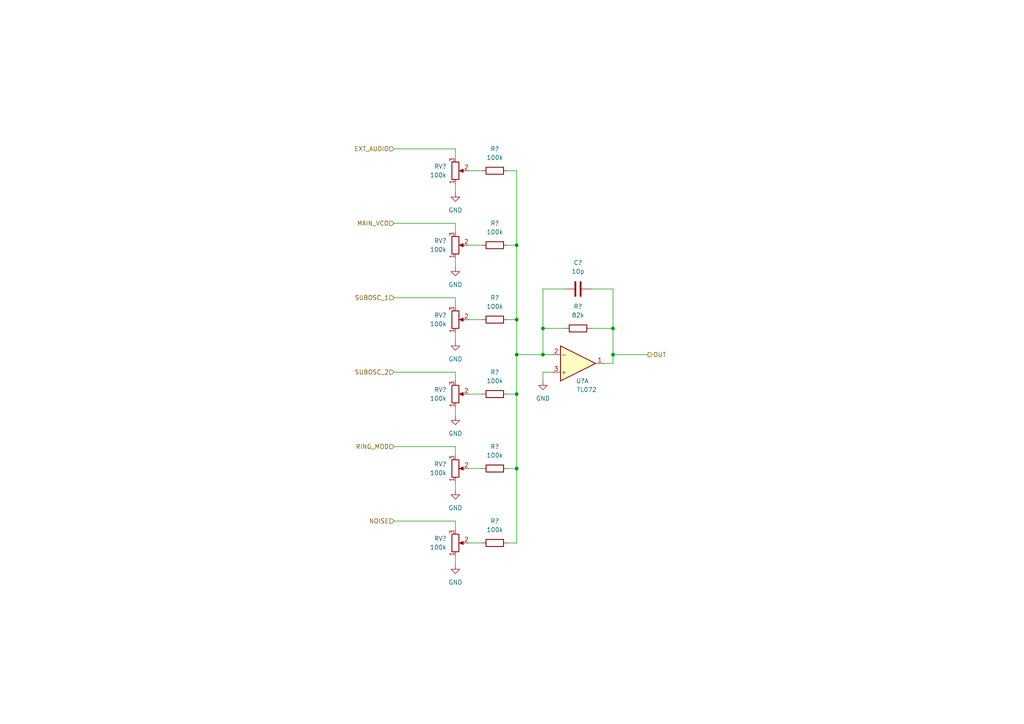
<source format=kicad_sch>
(kicad_sch (version 20211123) (generator eeschema)
  (paper "A4")
  (title_block (title "Josh Ox Ribbon Synth VCF/VCA board") (date "2022-05-30") (comment 1 "creativecommons.org/licenses/by/4.0/") (comment 2 "License: CC by 4.0") (comment 3 "Author: Jordan Aceto"))
  (lib_symbols
    (symbol "Amplifier_Operational:TL072" (pin_names (offset 0.127))
      (property "Reference" "U" (at 0 5.08 0))
      (property "Value" "TL072" (at 0 -5.08 0))
      (symbol "TL072_1_1"
        (polyline (pts (xy -5.08 5.08) (xy 5.08 0) (xy -5.08 -5.08) (xy -5.08 5.08)) (stroke (width 0.254)) (fill (type background)))
        (pin output line (at 7.62 0 180) (length 2.54) (name "~") (number "1"))
        (pin input line (at -7.62 -2.54 0) (length 2.54) (name "-") (number "2"))
        (pin input line (at -7.62 2.54 0) (length 2.54) (name "+") (number "3"))
      )
      (symbol "TL072_2_1"
        (polyline (pts (xy -5.08 5.08) (xy 5.08 0) (xy -5.08 -5.08) (xy -5.08 5.08)) (stroke (width 0.254)) (fill (type background)))
        (pin input line (at -7.62 2.54 0) (length 2.54) (name "+") (number "5"))
        (pin input line (at -7.62 -2.54 0) (length 2.54) (name "-") (number "6"))
        (pin output line (at 7.62 0 180) (length 2.54) (name "~") (number "7"))
      )
      (symbol "TL072_3_1"
        (pin power_in line (at -2.54 -7.62 90) (length 3.81) (name "V-") (number "4"))
        (pin power_in line (at -2.54 7.62 270) (length 3.81) (name "V+") (number "8"))
      )
    )
    (symbol "Device:C" (pin_numbers hide) (pin_names (offset 0.254))
      (property "Reference" "C" (at 0.635 2.54 0))
      (property "Value" "C" (at 0.635 -2.54 0))
      (symbol "C_0_1"
        (polyline (pts (xy -2.032 -0.762) (xy 2.032 -0.762)) (stroke (width 0.508)))
        (polyline (pts (xy -2.032 0.762) (xy 2.032 0.762)) (stroke (width 0.508)))
      )
      (symbol "C_1_1"
        (pin passive line (at 0 3.81 270) (length 2.794) (name "~") (number "1"))
        (pin passive line (at 0 -3.81 90) (length 2.794) (name "~") (number "2"))
      )
    )
    (symbol "Device:R" (pin_numbers hide) (pin_names (offset 0))
      (property "Reference" "R" (at 2.032 0 90))
      (property "Value" "R" (at 0 0 90))
      (symbol "R_0_1"
        (rectangle (start -1.016 -2.54) (end 1.016 2.54) (stroke (width 0.254)))
      )
      (symbol "R_1_1"
        (pin passive line (at 0 3.81 270) (length 1.27) (name "~") (number "1"))
        (pin passive line (at 0 -3.81 90) (length 1.27) (name "~") (number "2"))
      )
    )
    (symbol "Device:R_Potentiometer" (pin_names (offset 1.016) hide)
      (property "Reference" "RV" (at -4.445 0 90))
      (property "Value" "R_Potentiometer" (at -2.54 0 90))
      (symbol "R_Potentiometer_0_1"
        (polyline (pts (xy 2.54 0) (xy 1.524 0)))
        (polyline (pts (xy 1.143 0) (xy 2.286 0.508) (xy 2.286 -0.508) (xy 1.143 0)) (fill (type outline)))
        (rectangle (start 1.016 2.54) (end -1.016 -2.54) (stroke (width 0.254)))
      )
      (symbol "R_Potentiometer_1_1"
        (pin passive line (at 0 3.81 270) (length 1.27) (name "1") (number "1"))
        (pin passive line (at 3.81 0 180) (length 1.27) (name "2") (number "2"))
        (pin passive line (at 0 -3.81 90) (length 1.27) (name "3") (number "3"))
      )
    )
    (symbol "power:GND" (power) (pin_names (offset 0))
      (property "Value" "GND" (at 0 -3.81 0))
      (symbol "GND_0_1"
        (polyline (pts (xy 0 0) (xy 0 -1.27) (xy 1.27 -1.27) (xy 0 -2.54) (xy -1.27 -1.27) (xy 0 -1.27)))
      )
      (symbol "GND_1_1"
        (pin power_in line (at 0 0 270) (length 0) hide (name "GND") (number "1"))
      )
    )
  )
  (junction (at 149.86 71.12))
  (junction (at 157.48 102.87))
  (junction (at 149.86 92.71))
  (junction (at 157.48 95.25))
  (junction (at 177.8 95.25))
  (junction (at 177.8 102.87))
  (junction (at 149.86 114.3))
  (junction (at 149.86 135.89))
  (junction (at 149.86 102.87))
  (wire (pts (xy 177.8 95.25) (xy 177.8 83.82)))
  (wire (pts (xy 149.86 102.87) (xy 157.48 102.87)))
  (wire (pts (xy 157.48 110.49) (xy 157.48 107.95)))
  (wire (pts (xy 132.08 99.06) (xy 132.08 96.52)))
  (wire (pts (xy 114.3 43.18) (xy 132.08 43.18)))
  (wire (pts (xy 132.08 55.88) (xy 132.08 53.34)))
  (wire (pts (xy 157.48 107.95) (xy 160.02 107.95)))
  (wire (pts (xy 114.3 86.36) (xy 132.08 86.36)))
  (wire (pts (xy 114.3 107.95) (xy 132.08 107.95)))
  (wire (pts (xy 147.32 135.89) (xy 149.86 135.89)))
  (wire (pts (xy 147.32 157.48) (xy 149.86 157.48)))
  (wire (pts (xy 135.89 49.53) (xy 139.7 49.53)))
  (wire (pts (xy 177.8 102.87) (xy 177.8 95.25)))
  (wire (pts (xy 149.86 157.48) (xy 149.86 135.89)))
  (wire (pts (xy 132.08 43.18) (xy 132.08 45.72)))
  (wire (pts (xy 157.48 95.25) (xy 157.48 83.82)))
  (wire (pts (xy 149.86 135.89) (xy 149.86 114.3)))
  (wire (pts (xy 132.08 151.13) (xy 132.08 153.67)))
  (wire (pts (xy 132.08 64.77) (xy 132.08 67.31)))
  (wire (pts (xy 132.08 77.47) (xy 132.08 74.93)))
  (wire (pts (xy 132.08 86.36) (xy 132.08 88.9)))
  (wire (pts (xy 177.8 83.82) (xy 171.45 83.82)))
  (wire (pts (xy 114.3 151.13) (xy 132.08 151.13)))
  (wire (pts (xy 149.86 71.12) (xy 149.86 49.53)))
  (wire (pts (xy 132.08 107.95) (xy 132.08 110.49)))
  (wire (pts (xy 157.48 83.82) (xy 163.83 83.82)))
  (wire (pts (xy 149.86 102.87) (xy 149.86 114.3)))
  (wire (pts (xy 147.32 71.12) (xy 149.86 71.12)))
  (wire (pts (xy 147.32 114.3) (xy 149.86 114.3)))
  (wire (pts (xy 135.89 114.3) (xy 139.7 114.3)))
  (wire (pts (xy 132.08 129.54) (xy 132.08 132.08)))
  (wire (pts (xy 157.48 95.25) (xy 163.83 95.25)))
  (wire (pts (xy 132.08 120.65) (xy 132.08 118.11)))
  (wire (pts (xy 135.89 71.12) (xy 139.7 71.12)))
  (wire (pts (xy 149.86 102.87) (xy 149.86 92.71)))
  (wire (pts (xy 175.26 105.41) (xy 177.8 105.41)))
  (wire (pts (xy 114.3 64.77) (xy 132.08 64.77)))
  (wire (pts (xy 149.86 92.71) (xy 149.86 71.12)))
  (wire (pts (xy 135.89 135.89) (xy 139.7 135.89)))
  (wire (pts (xy 149.86 49.53) (xy 147.32 49.53)))
  (wire (pts (xy 132.08 163.83) (xy 132.08 161.29)))
  (wire (pts (xy 171.45 95.25) (xy 177.8 95.25)))
  (wire (pts (xy 114.3 129.54) (xy 132.08 129.54)))
  (wire (pts (xy 135.89 92.71) (xy 139.7 92.71)))
  (wire (pts (xy 147.32 92.71) (xy 149.86 92.71)))
  (wire (pts (xy 177.8 102.87) (xy 187.96 102.87)))
  (wire (pts (xy 177.8 105.41) (xy 177.8 102.87)))
  (wire (pts (xy 157.48 102.87) (xy 157.48 95.25)))
  (wire (pts (xy 135.89 157.48) (xy 139.7 157.48)))
  (wire (pts (xy 132.08 142.24) (xy 132.08 139.7)))
  (wire (pts (xy 160.02 102.87) (xy 157.48 102.87)))
  (hierarchical_label "NOISE" (shape input) (at 114.3 151.13 180))
  (hierarchical_label "RING_MOD" (shape input) (at 114.3 129.54 180))
  (hierarchical_label "SUBOSC_2" (shape input) (at 114.3 107.95 180))
  (hierarchical_label "SUBOSC_1" (shape input) (at 114.3 86.36 180))
  (hierarchical_label "OUT" (shape output) (at 187.96 102.87 0))
  (hierarchical_label "MAIN_VCO" (shape input) (at 114.3 64.77 180))
  (hierarchical_label "EXT_AUDIO" (shape input) (at 114.3 43.18 180))
  (symbol (lib_id "power:GND") (at 132.08 99.06 0) (unit 1)
    (property "Reference" "#PWR?" (effects hide))
    (property "Value" "GND" (at 132.08 104.14 0))
  )
  (symbol (lib_id "Device:R") (at 143.51 49.53 90) (unit 1)
    (property "Reference" "R?" (at 143.51 43.18 90))
    (property "Value" "100k" (at 143.51 45.72 90))
  )
  (symbol (lib_id "power:GND") (at 132.08 120.65 0) (unit 1)
    (property "Reference" "#PWR?" (effects hide))
    (property "Value" "GND" (at 132.08 125.73 0))
  )
  (symbol (lib_id "power:GND") (at 157.48 110.49 0) (unit 1)
    (property "Reference" "#PWR?" (effects hide))
    (property "Value" "GND" (at 157.48 115.57 0))
  )
  (symbol (lib_id "Device:R_Potentiometer") (at 132.08 92.71 0) (mirror x) (unit 1)
    (property "Reference" "RV?" (at 129.54 91.4399 0) (effects (justify right)))
    (property "Value" "100k" (at 129.54 93.9799 0) (effects (justify right)))
  )
  (symbol (lib_id "Device:C") (at 167.64 83.82 90) (unit 1)
    (property "Reference" "C?" (at 167.64 76.2 90))
    (property "Value" "10p" (at 167.64 78.74 90))
  )
  (symbol (lib_id "Amplifier_Operational:TL072") (at 167.64 105.41 0) (mirror x) (unit 1)
    (property "Reference" "U?" (at 168.91 110.49 0))
    (property "Value" "TL072" (at 170.18 113.03 0))
    (property "Datasheet" "http://www.ti.com/lit/ds/symlink/tl071.pdf" (effects hide))
  )
  (symbol (lib_id "power:GND") (at 132.08 77.47 0) (unit 1)
    (property "Reference" "#PWR?" (effects hide))
    (property "Value" "GND" (at 132.08 82.55 0))
  )
  (symbol (lib_id "Device:R") (at 143.51 157.48 90) (unit 1)
    (property "Reference" "R?" (at 143.51 151.13 90))
    (property "Value" "100k" (at 143.51 153.67 90))
  )
  (symbol (lib_id "Device:R_Potentiometer") (at 132.08 71.12 0) (mirror x) (unit 1)
    (property "Reference" "RV?" (at 129.54 69.8499 0) (effects (justify right)))
    (property "Value" "100k" (at 129.54 72.3899 0) (effects (justify right)))
  )
  (symbol (lib_id "power:GND") (at 132.08 55.88 0) (unit 1)
    (property "Reference" "#PWR?" (effects hide))
    (property "Value" "GND" (at 132.08 60.96 0))
  )
  (symbol (lib_id "Device:R_Potentiometer") (at 132.08 49.53 0) (mirror x) (unit 1)
    (property "Reference" "RV?" (at 129.54 48.2599 0) (effects (justify right)))
    (property "Value" "100k" (at 129.54 50.7999 0) (effects (justify right)))
  )
  (symbol (lib_id "Device:R") (at 167.64 95.25 90) (unit 1)
    (property "Reference" "R?" (at 167.64 88.9 90))
    (property "Value" "82k" (at 167.64 91.44 90))
  )
  (symbol (lib_id "power:GND") (at 132.08 163.83 0) (unit 1)
    (property "Reference" "#PWR?" (effects hide))
    (property "Value" "GND" (at 132.08 168.91 0))
  )
  (symbol (lib_id "Device:R_Potentiometer") (at 132.08 135.89 0) (mirror x) (unit 1)
    (property "Reference" "RV?" (at 129.54 134.6199 0) (effects (justify right)))
    (property "Value" "100k" (at 129.54 137.1599 0) (effects (justify right)))
  )
  (symbol (lib_id "Device:R") (at 143.51 135.89 90) (unit 1)
    (property "Reference" "R?" (at 143.51 129.54 90))
    (property "Value" "100k" (at 143.51 132.08 90))
  )
  (symbol (lib_id "Device:R") (at 143.51 92.71 90) (unit 1)
    (property "Reference" "R?" (at 143.51 86.36 90))
    (property "Value" "100k" (at 143.51 88.9 90))
  )
  (symbol (lib_id "Device:R_Potentiometer") (at 132.08 114.3 0) (mirror x) (unit 1)
    (property "Reference" "RV?" (at 129.54 113.0299 0) (effects (justify right)))
    (property "Value" "100k" (at 129.54 115.5699 0) (effects (justify right)))
  )
  (symbol (lib_id "Device:R") (at 143.51 114.3 90) (unit 1)
    (property "Reference" "R?" (at 143.51 107.95 90))
    (property "Value" "100k" (at 143.51 110.49 90))
  )
  (symbol (lib_id "Device:R_Potentiometer") (at 132.08 157.48 0) (mirror x) (unit 1)
    (property "Reference" "RV?" (at 129.54 156.2099 0) (effects (justify right)))
    (property "Value" "100k" (at 129.54 158.7499 0) (effects (justify right)))
  )
  (symbol (lib_id "Device:R") (at 143.51 71.12 90) (unit 1)
    (property "Reference" "R?" (at 143.51 64.77 90))
    (property "Value" "100k" (at 143.51 67.31 90))
  )
  (symbol (lib_id "power:GND") (at 132.08 142.24 0) (unit 1)
    (property "Reference" "#PWR?" (effects hide))
    (property "Value" "GND" (at 132.08 147.32 0))
  )
)
</source>
